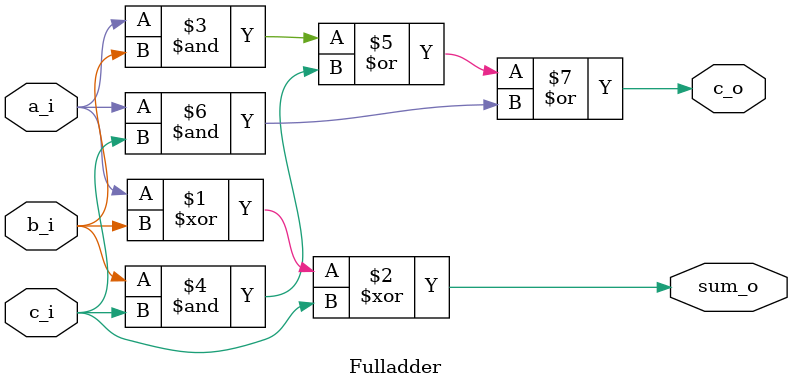
<source format=v>
`timescale 1ns / 1ps

module Fulladder (
    input  wire a_i,      // Shift register 1 seri çıkış
    input  wire b_i,      // Shift register 2 seri çıkış
    input  wire c_i,      // Önceki carry
    output wire sum_o,    // Toplamın seri çıkışı
    output wire c_o       // Carry çıkışı
);

    // Full adder
    assign sum_o = a_i ^ b_i ^ c_i;          // XOR ile toplam
    assign c_o   = (a_i & b_i) | (b_i & c_i) | (a_i & c_i); // Carry

endmodule

</source>
